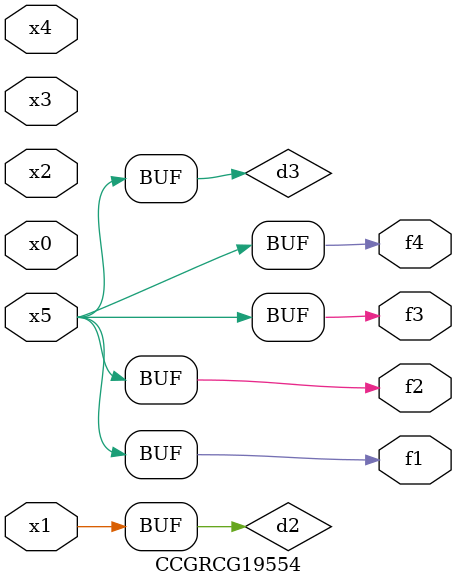
<source format=v>
module CCGRCG19554(
	input x0, x1, x2, x3, x4, x5,
	output f1, f2, f3, f4
);

	wire d1, d2, d3;

	not (d1, x5);
	or (d2, x1);
	xnor (d3, d1);
	assign f1 = d3;
	assign f2 = d3;
	assign f3 = d3;
	assign f4 = d3;
endmodule

</source>
